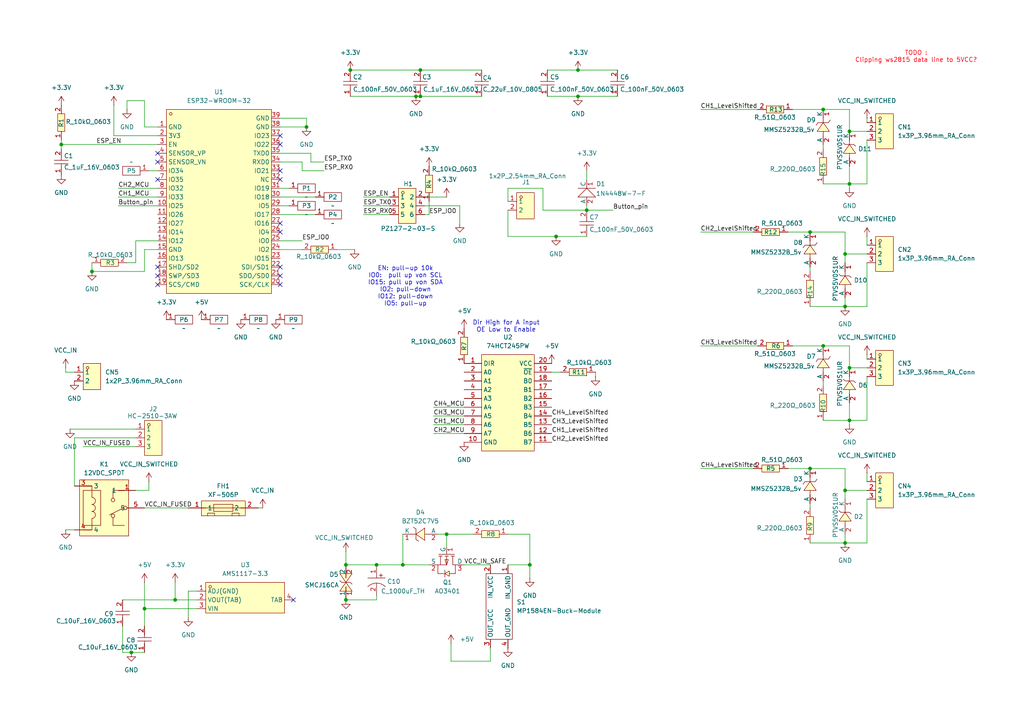
<source format=kicad_sch>
(kicad_sch (version 20250114) (generator "eeschema") (generator_version "9.0")
  (paper "A4")
  (text "Dir High for A input\nOE Low to Enable" (at 146.812 94.742 0) (effects (font (size 1.27 1.27))))
  (text "TODO : \nClipping ws2815 data line to 5VCC? " (at 266.192 16.51 0) (effects (font (size 1.27 1.27))))
  (text "EN: pull-up 10k\nIO0:  pull up von SCL\nIO15: pull up von SDA\nIO2: pull-down\nIO12: pull-down\nIO5: pull-up" (at 117.602 83.058 0) (effects (font (size 1.27 1.27))))
  (junction (at 41.91 176.53))
  (junction (at 246.38 121.92))
  (junction (at 153.67 163.83))
  (junction (at 100.33 173.99))
  (junction (at 246.38 38.1))
  (junction (at 109.22 163.83))
  (junction (at 246.38 106.68))
  (junction (at 246.38 53.34))
  (junction (at 238.76 31.75))
  (junction (at 129.54 154.94))
  (junction (at 17.78 41.91))
  (junction (at 121.92 27.94))
  (junction (at 88.9 36.83))
  (junction (at 245.11 88.9))
  (junction (at 238.76 100.33))
  (junction (at 26.67 78.74))
  (junction (at 234.95 67.31))
  (junction (at 245.11 142.24))
  (junction (at 100.33 163.83))
  (junction (at 167.64 27.94))
  (junction (at 234.95 135.89))
  (junction (at 50.8 173.99))
  (junction (at 245.11 73.66))
  (junction (at 38.1 189.23))
  (junction (at 170.18 60.96))
  (junction (at 101.6 20.32))
  (junction (at 121.92 20.32))
  (junction (at 167.64 20.32))
  (junction (at 120.65 27.94))
  (junction (at 161.29 68.58))
  (junction (at 116.84 163.83))
  (junction (at 245.11 157.48))
  (no_connect (at 45.72 46.99))
  (no_connect (at 81.28 77.47))
  (no_connect (at 81.28 39.37))
  (no_connect (at 81.28 49.53))
  (no_connect (at 45.72 77.47))
  (no_connect (at 81.28 67.31))
  (no_connect (at 45.72 52.07))
  (no_connect (at 45.72 82.55))
  (no_connect (at 81.28 52.07))
  (no_connect (at 81.28 64.77))
  (no_connect (at 85.09 173.99))
  (no_connect (at 81.28 80.01))
  (no_connect (at 81.28 82.55))
  (no_connect (at 45.72 44.45))
  (no_connect (at 45.72 80.01))
  (no_connect (at 81.28 41.91))
  (wire (pts (xy 147.32 68.58) (xy 161.29 68.58)))
  (wire (pts (xy 41.91 168.91) (xy 41.91 176.53)))
  (wire (pts (xy 35.56 181.61) (xy 35.56 189.23)))
  (wire (pts (xy 251.46 88.9) (xy 251.46 76.2)))
  (wire (pts (xy 100.33 163.83) (xy 109.22 163.83)))
  (wire (pts (xy 238.76 41.91) (xy 238.76 43.18)))
  (wire (pts (xy 45.72 36.83) (xy 41.91 36.83)))
  (wire (pts (xy 158.75 20.32) (xy 167.64 20.32)))
  (wire (pts (xy 251.46 53.34) (xy 251.46 40.64)))
  (wire (pts (xy 81.28 44.45) (xy 90.17 44.45)))
  (wire (pts (xy 105.41 62.23) (xy 113.03 62.23)))
  (wire (pts (xy 81.28 54.61) (xy 83.82 54.61)))
  (wire (pts (xy 246.38 116.84) (xy 246.38 121.92)))
  (wire (pts (xy 245.11 144.78) (xy 245.11 142.24)))
  (wire (pts (xy 133.35 59.69) (xy 133.35 64.77)))
  (wire (pts (xy 246.38 53.34) (xy 251.46 53.34)))
  (wire (pts (xy 34.29 59.69) (xy 45.72 59.69)))
  (wire (pts (xy 17.78 40.64) (xy 17.78 41.91)))
  (wire (pts (xy 21.59 127) (xy 39.37 127)))
  (wire (pts (xy 234.95 157.48) (xy 245.11 157.48)))
  (wire (pts (xy 81.28 69.85) (xy 87.63 69.85)))
  (wire (pts (xy 116.84 163.83) (xy 124.46 163.83)))
  (wire (pts (xy 234.95 135.89) (xy 245.11 135.89)))
  (wire (pts (xy 251.46 68.58) (xy 251.46 71.12)))
  (wire (pts (xy 57.15 171.45) (xy 54.61 171.45)))
  (wire (pts (xy 54.61 147.32) (xy 41.91 147.32)))
  (wire (pts (xy 246.38 100.33) (xy 246.38 106.68)))
  (wire (pts (xy 246.38 38.1) (xy 251.46 38.1)))
  (wire (pts (xy 147.32 54.61) (xy 147.32 58.42)))
  (wire (pts (xy 17.78 43.18) (xy 17.78 41.91)))
  (wire (pts (xy 41.91 176.53) (xy 41.91 181.61)))
  (wire (pts (xy 21.59 127) (xy 21.59 140.97)))
  (wire (pts (xy 41.91 29.21) (xy 36.83 29.21)))
  (wire (pts (xy 109.22 163.83) (xy 116.84 163.83)))
  (wire (pts (xy 246.38 53.34) (xy 238.76 53.34)))
  (wire (pts (xy 251.46 121.92) (xy 251.46 109.22)))
  (wire (pts (xy 101.6 27.94) (xy 120.65 27.94)))
  (wire (pts (xy 109.22 173.99) (xy 109.22 172.72)))
  (wire (pts (xy 90.17 46.99) (xy 93.98 46.99)))
  (wire (pts (xy 246.38 31.75) (xy 246.38 38.1)))
  (wire (pts (xy 90.17 44.45) (xy 90.17 46.99)))
  (wire (pts (xy 229.87 100.33) (xy 238.76 100.33)))
  (wire (pts (xy 116.84 154.94) (xy 116.84 163.83)))
  (wire (pts (xy 245.11 142.24) (xy 251.46 142.24)))
  (wire (pts (xy 101.6 20.32) (xy 121.92 20.32)))
  (wire (pts (xy 105.41 57.15) (xy 113.03 57.15)))
  (wire (pts (xy 125.73 118.11) (xy 134.62 118.11)))
  (wire (pts (xy 17.78 41.91) (xy 45.72 41.91)))
  (wire (pts (xy 157.48 54.61) (xy 157.48 60.96)))
  (wire (pts (xy 100.33 160.02) (xy 100.33 163.83)))
  (wire (pts (xy 170.18 59.69) (xy 170.18 60.96)))
  (wire (pts (xy 35.56 189.23) (xy 38.1 189.23)))
  (wire (pts (xy 124.46 62.23) (xy 124.46 58.42)))
  (wire (pts (xy 39.37 69.85) (xy 45.72 69.85)))
  (wire (pts (xy 50.8 168.91) (xy 50.8 173.99)))
  (wire (pts (xy 125.73 120.65) (xy 134.62 120.65)))
  (wire (pts (xy 160.02 107.95) (xy 162.56 107.95)))
  (wire (pts (xy 157.48 54.61) (xy 147.32 54.61)))
  (wire (pts (xy 153.67 167.64) (xy 153.67 163.83)))
  (wire (pts (xy 123.19 59.69) (xy 133.35 59.69)))
  (wire (pts (xy 43.18 49.53) (xy 45.72 49.53)))
  (wire (pts (xy 76.2 147.32) (xy 74.93 147.32)))
  (wire (pts (xy 43.18 142.24) (xy 43.18 139.7)))
  (wire (pts (xy 251.46 157.48) (xy 251.46 144.78)))
  (wire (pts (xy 35.56 173.99) (xy 50.8 173.99)))
  (wire (pts (xy 81.28 57.15) (xy 91.44 57.15)))
  (wire (pts (xy 251.46 137.16) (xy 251.46 139.7)))
  (wire (pts (xy 20.32 124.46) (xy 39.37 124.46)))
  (wire (pts (xy 142.24 187.96) (xy 142.24 191.77)))
  (wire (pts (xy 167.64 20.32) (xy 179.07 20.32)))
  (wire (pts (xy 125.73 123.19) (xy 134.62 123.19)))
  (wire (pts (xy 245.11 67.31) (xy 245.11 73.66)))
  (wire (pts (xy 238.76 100.33) (xy 246.38 100.33)))
  (wire (pts (xy 81.28 34.29) (xy 88.9 34.29)))
  (wire (pts (xy 81.28 62.23) (xy 91.44 62.23)))
  (wire (pts (xy 137.16 154.94) (xy 129.54 154.94)))
  (wire (pts (xy 153.67 154.94) (xy 153.67 163.83)))
  (wire (pts (xy 123.19 57.15) (xy 129.54 57.15)))
  (wire (pts (xy 41.91 72.39) (xy 45.72 72.39)))
  (wire (pts (xy 36.83 76.2) (xy 39.37 76.2)))
  (wire (pts (xy 203.2 135.89) (xy 218.44 135.89)))
  (wire (pts (xy 50.8 173.99) (xy 57.15 173.99)))
  (wire (pts (xy 125.73 125.73) (xy 134.62 125.73)))
  (wire (pts (xy 167.64 27.94) (xy 179.07 27.94)))
  (wire (pts (xy 251.46 102.87) (xy 251.46 104.14)))
  (wire (pts (xy 121.92 27.94) (xy 139.7 27.94)))
  (wire (pts (xy 130.81 191.77) (xy 130.81 186.69)))
  (wire (pts (xy 21.59 107.95) (xy 19.05 107.95)))
  (wire (pts (xy 142.24 191.77) (xy 130.81 191.77)))
  (wire (pts (xy 153.67 163.83) (xy 147.32 163.83)))
  (wire (pts (xy 147.32 68.58) (xy 147.32 60.96)))
  (wire (pts (xy 34.29 57.15) (xy 45.72 57.15)))
  (wire (pts (xy 245.11 73.66) (xy 251.46 73.66)))
  (wire (pts (xy 158.75 27.94) (xy 167.64 27.94)))
  (wire (pts (xy 170.18 60.96) (xy 177.8 60.96)))
  (wire (pts (xy 97.79 72.39) (xy 102.87 72.39)))
  (wire (pts (xy 246.38 106.68) (xy 251.46 106.68)))
  (wire (pts (xy 170.18 49.53) (xy 170.18 52.07)))
  (wire (pts (xy 81.28 36.83) (xy 88.9 36.83)))
  (wire (pts (xy 41.91 36.83) (xy 41.91 29.21)))
  (wire (pts (xy 88.9 34.29) (xy 88.9 36.83)))
  (wire (pts (xy 161.29 68.58) (xy 170.18 68.58)))
  (wire (pts (xy 33.02 39.37) (xy 33.02 30.48)))
  (wire (pts (xy 87.63 46.99) (xy 87.63 49.53)))
  (wire (pts (xy 19.05 107.95) (xy 19.05 106.68)))
  (wire (pts (xy 123.19 62.23) (xy 124.46 62.23)))
  (wire (pts (xy 121.92 20.32) (xy 139.7 20.32)))
  (wire (pts (xy 245.11 86.36) (xy 245.11 88.9)))
  (wire (pts (xy 39.37 142.24) (xy 43.18 142.24)))
  (wire (pts (xy 238.76 31.75) (xy 246.38 31.75)))
  (wire (pts (xy 228.6 67.31) (xy 234.95 67.31)))
  (wire (pts (xy 251.46 34.29) (xy 251.46 35.56)))
  (wire (pts (xy 34.29 54.61) (xy 45.72 54.61)))
  (wire (pts (xy 134.62 163.83) (xy 142.24 163.83)))
  (wire (pts (xy 245.11 157.48) (xy 251.46 157.48)))
  (wire (pts (xy 121.92 27.94) (xy 120.65 27.94)))
  (wire (pts (xy 26.67 78.74) (xy 41.91 78.74)))
  (wire (pts (xy 234.95 77.47) (xy 234.95 78.74)))
  (wire (pts (xy 38.1 189.23) (xy 41.91 189.23)))
  (wire (pts (xy 45.72 39.37) (xy 33.02 39.37)))
  (wire (pts (xy 234.95 88.9) (xy 245.11 88.9)))
  (wire (pts (xy 246.38 48.26) (xy 246.38 53.34)))
  (wire (pts (xy 246.38 121.92) (xy 251.46 121.92)))
  (wire (pts (xy 105.41 59.69) (xy 113.03 59.69)))
  (wire (pts (xy 127 154.94) (xy 129.54 154.94)))
  (wire (pts (xy 245.11 76.2) (xy 245.11 73.66)))
  (wire (pts (xy 245.11 154.94) (xy 245.11 157.48)))
  (wire (pts (xy 54.61 171.45) (xy 54.61 179.07)))
  (wire (pts (xy 203.2 100.33) (xy 219.71 100.33)))
  (wire (pts (xy 24.13 129.54) (xy 39.37 129.54)))
  (wire (pts (xy 36.83 29.21) (xy 36.83 31.75)))
  (wire (pts (xy 41.91 78.74) (xy 41.91 72.39)))
  (wire (pts (xy 229.87 31.75) (xy 238.76 31.75)))
  (wire (pts (xy 234.95 146.05) (xy 234.95 147.32)))
  (wire (pts (xy 81.28 72.39) (xy 87.63 72.39)))
  (wire (pts (xy 172.72 107.95) (xy 172.72 109.22)))
  (wire (pts (xy 203.2 67.31) (xy 218.44 67.31)))
  (wire (pts (xy 57.15 176.53) (xy 41.91 176.53)))
  (wire (pts (xy 39.37 76.2) (xy 39.37 69.85)))
  (wire (pts (xy 234.95 67.31) (xy 245.11 67.31)))
  (wire (pts (xy 100.33 173.99) (xy 109.22 173.99)))
  (wire (pts (xy 81.28 59.69) (xy 83.82 59.69)))
  (wire (pts (xy 87.63 49.53) (xy 93.98 49.53)))
  (wire (pts (xy 246.38 54.61) (xy 246.38 53.34)))
  (wire (pts (xy 238.76 110.49) (xy 238.76 111.76)))
  (wire (pts (xy 228.6 135.89) (xy 234.95 135.89)))
  (wire (pts (xy 147.32 154.94) (xy 153.67 154.94)))
  (wire (pts (xy 203.2 31.75) (xy 219.71 31.75)))
  (wire (pts (xy 157.48 60.96) (xy 170.18 60.96)))
  (wire (pts (xy 246.38 123.19) (xy 246.38 121.92)))
  (wire (pts (xy 81.28 46.99) (xy 87.63 46.99)))
  (wire (pts (xy 245.11 135.89) (xy 245.11 142.24)))
  (wire (pts (xy 245.11 88.9) (xy 251.46 88.9)))
  (wire (pts (xy 26.67 76.2) (xy 26.67 78.74)))
  (wire (pts (xy 246.38 121.92) (xy 238.76 121.92)))
  (wire (pts (xy 129.54 154.94) (xy 129.54 158.75)))
  (wire (pts (xy 19.05 153.67) (xy 21.59 153.67)))
  (label "ESP_RX0" (at 93.98 49.53 0))
  (label "CH4_MCU" (at 125.73 118.11 0))
  (label "CH1_MCU" (at 125.73 123.19 0))
  (label "ESP_EN" (at 105.41 57.15 0))
  (label "ESP_TX0" (at 93.98 46.99 0))
  (label "CH4_LevelShifted" (at 160.02 120.65 0))
  (label "CH2_MCU" (at 34.29 54.61 0))
  (label "Button_pin" (at 177.8 60.96 0))
  (label "ESP_IO0" (at 124.46 62.23 0))
  (label "CH2_LevelShifted" (at 160.02 128.27 0))
  (label "CH4_LevelShifted" (at 203.2 135.89 0))
  (label "CH1_LevelShifted" (at 160.02 125.73 0))
  (label "ESP_EN" (at 27.94 41.91 0))
  (label "VCC_IN_FUSED" (at 24.13 129.54 0))
  (label "CH2_LevelShifted" (at 203.2 67.31 0))
  (label "ESP_RX0" (at 105.41 62.23 0))
  (label "CH2_MCU" (at 125.73 125.73 0))
  (label "CH3_LevelShifted" (at 203.2 100.33 0))
  (label "CH1_MCU" (at 34.29 57.15 0))
  (label "ESP_IO0" (at 87.63 69.85 0))
  (label "Button_pin" (at 34.29 59.69 0))
  (label "CH1_LevelShifted" (at 203.2 31.75 0))
  (label "VCC_IN_SAFE" (at 134.62 163.83 0))
  (label "VCC_IN_FUSED" (at 41.91 147.32 0))
  (label "CH3_MCU" (at 125.73 120.65 0))
  (label "ESP_TX0" (at 105.41 59.69 0))
  (label "CH3_LevelShifted" (at 160.02 123.19 0))
  (symbol (lib_id "power:GND") (at 54.61 179.07 0) (unit 1)
    (property "Reference" "#PWR036" (effects (hide yes)))
    (property "Value" "GND" (at 54.61 184.15 0))
    (property "Description" "Power symbol creates a global label with name \"GND\" , ground" (effects (hide yes)))
  )
  (symbol (lib_id "power:+3.3V") (at 130.81 186.69 0) (unit 1)
    (property "Reference" "#PWR041" (effects (hide yes)))
    (property "Value" "+5V" (at 133.35 185.4199 0) (effects (justify left)))
    (property "Description" "Power symbol creates a global label with name \"+3.3V\"" (effects (hide yes)))
  )
  (symbol (lib_id "nkzy_wled_lib:PZ127-2-03-S") (at 118.11 59.69 0) (unit 1)
    (property "Reference" "H1" (at 118.364 53.34 0))
    (property "Value" "PZ127-2-03-S" (at 118.364 66.294 0))
    (property "Footprint" "nkzy_wled_lib:HDR-SMD_6P-P1.27-V-M-R2-C3-LS5.3" (effects (hide yes)))
    (property "Mfr. PartNo" "PZ127-2-03-S" (effects (hide yes)))
    (property "LCSC Part" "C3975186" (effects (hide yes)))
  )
  (symbol (lib_id "nkzy_wled_lib:HC-2510-3AW") (at 44.45 127 0) (unit 1)
    (property "Reference" "J2" (at 44.45 118.618 0))
    (property "Value" "HC-2510-3AW" (at 44.196 120.65 0))
    (property "Footprint" "nkzy_wled_lib:CONN-TH_3P-P2.54_HCTL_HC-2510-3AW" (effects (hide yes)))
    (property "Mfr. PartNo" "HC-2510-3AW" (effects (hide yes)))
    (property "LCSC Part" "C2982042" (effects (hide yes)))
  )
  (symbol (lib_id "nkzy_wled_lib:1x3P_3.96mm_RA_Conn") (at 256.54 38.1 0) (unit 1)
    (property "Reference" "CN1" (at 260.35 36.8299 0) (effects (justify left)))
    (property "Value" "1x3P_3.96mm_RA_Conn" (at 260.35 39.3699 0) (effects (justify left)))
    (property "Footprint" "nkzy_wled_lib:CONN-TH_3P-P3.96_HCTL_HC-VH-3A3W" (effects (hide yes)))
    (property "Mfr. PartNo" "HC-VH-3A3W" (effects (hide yes)))
    (property "LCSC Part" "C2845760" (effects (hide yes)))
  )
  (symbol (lib_id "power:+3.3V") (at 101.6 20.32 0) (unit 1)
    (property "Reference" "#PWR014" (effects (hide yes)))
    (property "Value" "+3.3V" (at 101.6 15.24 0))
    (property "Description" "Power symbol creates a global label with name \"+3.3V\"" (effects (hide yes)))
  )
  (symbol (lib_id "power:GND") (at 17.78 50.8 0) (unit 1)
    (property "Reference" "#PWR02" (effects (hide yes)))
    (property "Value" "GND" (at 17.78 55.88 0))
    (property "Description" "Power symbol creates a global label with name \"GND\" , ground" (effects (hide yes)))
  )
  (symbol (lib_id "power:+3.3V") (at 58.42 92.71 0) (unit 1)
    (property "Reference" "#PWR08" (effects (hide yes)))
    (property "Value" "+5V" (at 58.42 87.63 0))
    (property "Description" "Power symbol creates a global label with name \"+3.3V\"" (effects (hide yes)))
  )
  (symbol (lib_id "nkzy_wled_lib:1x2P_2.54mm_RA_Conn") (at 152.4 59.69 0) (unit 1)
    (property "Reference" "J1" (at 151.384 52.832 0) (effects (justify left)))
    (property "Value" "1x2P_2.54mm_RA_Conn" (at 141.732 51.054 0) (effects (justify left)))
    (property "Footprint" "nkzy_wled_lib:CONN-TH_2P-P2.54_HCTL_HC-2510-2AW" (effects (hide yes)))
    (property "Mfr. PartNo" "HC-2510-2AW" (effects (hide yes)))
    (property "LCSC Part" "C2982041" (effects (hide yes)))
  )
  (symbol (lib_id "nkzy_wled_lib:R_220Ω_0603") (at 234.95 83.82 90) (unit 1)
    (property "Reference" "R14" (at 234.95 82.804 0) (effects (justify right)))
    (property "Value" "R_220Ω_0603" (at 219.456 84.582 90) (effects (justify right)))
    (property "Footprint" "nkzy_wled_lib:R0603" (effects (hide yes)))
    (property "Datasheet" "https://lcsc.com/product-detail/Chip-Resistor-Surface-Mount-UniOhm_220R-2200-1_C22962.html" (effects (hide yes)))
    (property "Description" "220Ω 100mW 75V Thick Film Resistor ±1% ±100ppm/℃ 0603 Chip Resistor - Surface Mount ROHS" (effects (hide yes)))
    (property "Mfr. PartNo" "0603WAF2200T5E" (effects (hide yes)))
    (property "LCSC Part" "C22962" (effects (hide yes)))
  )
  (symbol (lib_id "nkzy_wled_lib:C_1uF_16V_0603") (at 121.92 24.13 90) (unit 1)
    (property "Reference" "C3" (at 122.428 22.352 90) (effects (justify right)))
    (property "Value" "C_1uF_16V_0603" (at 122.682 25.908 90) (effects (justify right)))
    (property "Footprint" "nkzy_wled_lib:C0603" (effects (hide yes)))
    (property "Datasheet" "https://lcsc.com/product-detail/Multilayer-Ceramic-Capacitors-MLCC-SMD-SMT_SAMSUNG_CL10A105KO8NNNC_1uF-105-10-16V_C1592.html" (effects (hide yes)))
    (property "Mfr. PartNo" "CL10A105KO8NNNC" (effects (hide yes)))
    (property "LCSC Part" "C1592" (effects (hide yes)))
  )
  (symbol (lib_id "nkzy_wled_lib:MMSZ5232B_5V") (at 234.95 72.39 270) (unit 1)
    (property "Reference" "D8" (at 230.124 70.358 90) (effects (justify left)))
    (property "Value" "MMSZ5232B_5v" (at 217.678 73.152 90) (effects (justify left)))
    (property "Footprint" "nkzy_wled_lib:SOD-123_L2.7-W1.6-LS3.7-RD" (effects (hide yes)))
    (property "Description" "Independent 5.32V~5.88V 500mW 5.6V SOD-123 Zener Diodes ROHS" (effects (hide yes)))
    (property "Mfr. PartNo" "MMSZ5232B" (effects (hide yes)))
    (property "LCSC Part" "C19077423" (effects (hide yes)))
  )
  (symbol (lib_id "nkzy_wled_lib:R_51Ω_0603") (at 223.52 135.89 180) (unit 1)
    (property "Reference" "R5" (at 223.52 135.89 0))
    (property "Value" "R_51Ω_0603" (at 226.822 133.35 0))
    (property "Footprint" "nkzy_wled_lib:R0603" (effects (hide yes)))
    (property "Datasheet" "https://lcsc.com/product-detail/Chip-Resistor-Surface-Mount-UniOhm_51R-51R0-1_C23197.html" (effects (hide yes)))
    (property "Mfr. PartNo" "0603WAF510JT5E" (effects (hide yes)))
    (property "LCSC Part" "C23197" (effects (hide yes)))
  )
  (symbol (lib_id "nkzy_wled_lib:R_220Ω_0603") (at 238.76 116.84 90) (unit 1)
    (property "Reference" "R10" (at 238.76 115.824 0) (effects (justify right)))
    (property "Value" "R_220Ω_0603" (at 223.266 117.602 90) (effects (justify right)))
    (property "Footprint" "nkzy_wled_lib:R0603" (effects (hide yes)))
    (property "Datasheet" "https://lcsc.com/product-detail/Chip-Resistor-Surface-Mount-UniOhm_220R-2200-1_C22962.html" (effects (hide yes)))
    (property "Description" "220Ω 100mW 75V Thick Film Resistor ±1% ±100ppm/℃ 0603 Chip Resistor - Surface Mount ROHS" (effects (hide yes)))
    (property "Mfr. PartNo" "0603WAF2200T5E" (effects (hide yes)))
    (property "LCSC Part" "C22962" (effects (hide yes)))
  )
  (symbol (lib_id "power:GND") (at 167.64 27.94 0) (unit 1)
    (property "Reference" "#PWR017" (effects (hide yes)))
    (property "Value" "GND" (at 167.64 33.02 0))
    (property "Description" "Power symbol creates a global label with name \"GND\" , ground" (effects (hide yes)))
  )
  (symbol (lib_id "nkzy_wled_lib:R_10kΩ_0603") (at 142.24 154.94 180) (unit 1)
    (property "Reference" "R8" (at 140.97 154.94 0) (effects (justify right)))
    (property "Value" "R_10kΩ_0603" (at 136.144 151.638 0) (effects (justify right)))
    (property "Footprint" "nkzy_wled_lib:R0603" (effects (hide yes)))
    (property "Datasheet" "https://lcsc.com/product-detail/Chip-Resistor-Surface-Mount-UniOhm_10KR-1002-1_C25804.html" (effects (hide yes)))
    (property "Mfr. PartNo" "0603WAF1002T5E" (effects (hide yes)))
    (property "LCSC Part" "C25804" (effects (hide yes)))
  )
  (symbol (lib_id "nkzy_wled_lib:PAD_Standalone") (at 80.01 91.44 0) (unit 1) (in_bom no)
    (property "Reference" "P9" (at 85.09 92.71 0))
    (property "Value" "~" (at 85.09 95.25 0))
    (property "Footprint" "nkzy_wled_lib:Pad_2.5x1mm" (effects (hide yes)))
  )
  (symbol (lib_id "nkzy_wled_lib:74HCT245PW") (at 147.32 116.84 0) (unit 1)
    (property "Reference" "U2" (at 147.32 97.79 0))
    (property "Value" "74HCT245PW" (at 147.32 100.33 0))
    (property "Footprint" "nkzy_wled_lib:TSSOP-20_L6.5-W4.4-P0.65-LS6.4-BL" (effects (hide yes)))
    (property "Datasheet" "https://lcsc.com/product-detail/74-Series_PHILIPS_74HCT245PW_74HCT245PW-118_C5980.html" (effects (hide yes)))
    (property "Mfr. PartNo" "74HCT245PW" (effects (hide yes)))
    (property "LCSC Part" "C5980" (effects (hide yes)))
  )
  (symbol (lib_id "power:GND") (at 102.87 72.39 0) (unit 1)
    (property "Reference" "#PWR05" (effects (hide yes)))
    (property "Value" "GND" (at 102.87 77.47 0))
    (property "Description" "Power symbol creates a global label with name \"GND\" , ground" (effects (hide yes)))
  )
  (symbol (lib_id "nkzy_wled_lib:AMS1117-3.3") (at 72.39 173.99 0) (unit 1)
    (property "Reference" "U3" (at 71.12 163.83 0))
    (property "Value" "AMS1117-3.3" (at 71.12 166.37 0))
    (property "Footprint" "nkzy_wled_lib:SOT-223-4_L6.5-W3.5-P2.30-LS7.0-BR" (effects (hide yes)))
    (property "Datasheet" "https://lcsc.com/product-detail/Others_Youtai-Semiconductor-Co-Ltd-AMS1117-3-3_C347222.html" (effects (hide yes)))
    (property "Mfr. PartNo" "AMS1117-3.3_C347222" (effects (hide yes)))
    (property "LCSC Part" "C347222" (effects (hide yes)))
  )
  (symbol (lib_id "nkzy_wled_lib:1x2P_3.96mm_RA_Conn") (at 26.67 109.22 0) (unit 1)
    (property "Reference" "CN5" (at 30.48 107.9499 0) (effects (justify left)))
    (property "Value" "1x2P_3.96mm_RA_Conn" (at 30.48 110.4899 0) (effects (justify left)))
    (property "Footprint" "nkzy_wled_lib:CONN-TH_2P-P3.96_HCTL_HC-VH-2A2W-L" (effects (hide yes)))
    (property "Mfr. PartNo" "HC-VH-2A2W-L" (effects (hide yes)))
    (property "LCSC Part" "C2979575" (effects (hide yes)))
  )
  (symbol (lib_id "power:+3.3V") (at 100.33 160.02 0) (unit 1)
    (property "Reference" "#PWR039" (effects (hide yes)))
    (property "Value" "VCC_IN_SWITCHED" (at 99.822 155.956 0))
    (property "Description" "Power symbol creates a global label with name \"+3.3V\"" (effects (hide yes)))
  )
  (symbol (lib_id "nkzy_wled_lib:PTVS5V0S1UR") (at 245.11 82.55 270) (unit 1)
    (property "Reference" "D10" (at 247.65 81.28 90) (effects (justify left)))
    (property "Value" "PTVS5V0S1UR" (at 242.316 74.168 0) (effects (justify left)))
    (property "Footprint" "nkzy_wled_lib:SOD-123FL_L2.7-W1.8-LS3.8-RD" (effects (hide yes)))
    (property "Datasheet" "https://lcsc.com/datasheet/lcsc_datasheet_2412091306_FUXINSEMI-PTVS5V0S1UR_C5380694.pdf" (effects (hide yes)))
    (property "Description" "43.6A 9.2V 400W 6.4V Unidirectional 5V SOD-123 ESD and Surge Protection (TVS/ESD) ROHS" (effects (hide yes)))
    (property "Mfr. PartNo" "PTVS5V0S1UR" (effects (hide yes)))
    (property "LCSC Part" "C5380694" (effects (hide yes)))
  )
  (symbol (lib_id "power:+3.3V") (at 251.46 34.29 0) (unit 1)
    (property "Reference" "#PWR046" (effects (hide yes)))
    (property "Value" "VCC_IN_SWITCHED" (at 251.46 29.21 0))
    (property "Description" "Power symbol creates a global label with name \"+3.3V\"" (effects (hide yes)))
  )
  (symbol (lib_id "power:GND") (at 147.32 187.96 0) (unit 1)
    (property "Reference" "#PWR042" (effects (hide yes)))
    (property "Value" "GND" (at 147.32 193.04 0))
    (property "Description" "Power symbol creates a global label with name \"GND\" , ground" (effects (hide yes)))
  )
  (symbol (lib_id "power:+3.3V") (at 76.2 147.32 0) (unit 1)
    (property "Reference" "#PWR033" (effects (hide yes)))
    (property "Value" "VCC_IN" (at 76.2 142.24 0))
    (property "Description" "Power symbol creates a global label with name \"+3.3V\"" (effects (hide yes)))
  )
  (symbol (lib_id "power:+3.3V") (at 19.05 106.68 0) (unit 1)
    (property "Reference" "#PWR030" (effects (hide yes)))
    (property "Value" "VCC_IN" (at 19.05 101.6 0))
    (property "Description" "Power symbol creates a global label with name \"+3.3V\"" (effects (hide yes)))
  )
  (symbol (lib_id "nkzy_wled_lib:R_10kΩ_0603") (at 17.78 35.56 90) (unit 1)
    (property "Reference" "R1" (at 17.78 34.29 0) (effects (justify right)))
    (property "Value" "R_10kΩ_0603" (at 19.05 35.306 90) (effects (justify right)))
    (property "Footprint" "nkzy_wled_lib:R0603" (effects (hide yes)))
    (property "Datasheet" "https://lcsc.com/product-detail/Chip-Resistor-Surface-Mount-UniOhm_10KR-1002-1_C25804.html" (effects (hide yes)))
    (property "Mfr. PartNo" "0603WAF1002T5E" (effects (hide yes)))
    (property "LCSC Part" "C25804" (effects (hide yes)))
  )
  (symbol (lib_id "nkzy_wled_lib:PTVS5V0S1UR") (at 246.38 44.45 270) (unit 1)
    (property "Reference" "D11" (at 248.92 43.18 90) (effects (justify left)))
    (property "Value" "PTVS5V0S1UR" (at 243.586 36.068 0) (effects (justify left)))
    (property "Footprint" "nkzy_wled_lib:SOD-123FL_L2.7-W1.8-LS3.8-RD" (effects (hide yes)))
    (property "Datasheet" "https://lcsc.com/datasheet/lcsc_datasheet_2412091306_FUXINSEMI-PTVS5V0S1UR_C5380694.pdf" (effects (hide yes)))
    (property "Description" "43.6A 9.2V 400W 6.4V Unidirectional 5V SOD-123 ESD and Surge Protection (TVS/ESD) ROHS" (effects (hide yes)))
    (property "Mfr. PartNo" "PTVS5V0S1UR" (effects (hide yes)))
    (property "LCSC Part" "C5380694" (effects (hide yes)))
  )
  (symbol (lib_id "power:+3.3V") (at 167.64 20.32 0) (unit 1)
    (property "Reference" "#PWR016" (effects (hide yes)))
    (property "Value" "+3.3V" (at 167.64 15.24 0))
    (property "Description" "Power symbol creates a global label with name \"+3.3V\"" (effects (hide yes)))
  )
  (symbol (lib_id "nkzy_wled_lib:PAD_Standalone") (at 83.82 53.34 0) (unit 1) (in_bom no)
    (property "Reference" "P1" (at 88.9 54.61 0))
    (property "Value" "~" (at 88.9 57.15 0))
    (property "Footprint" "nkzy_wled_lib:Pad_2.5x1mm" (effects (hide yes)))
  )
  (symbol (lib_id "nkzy_wled_lib:C_100nF_50V_0603") (at 170.18 64.77 90) (unit 1)
    (property "Reference" "C7" (at 170.942 62.992 90) (effects (justify right)))
    (property "Value" "C_100nF_50V_0603" (at 170.942 66.548 90) (effects (justify right)))
    (property "Footprint" "nkzy_wled_lib:C0603" (effects (hide yes)))
    (property "Datasheet" "https://lcsc.com/product-detail/Multilayer-Ceramic-Capacitors-MLCC-SMD-SMT_100nF-104-10-50V-X7R_C30926.html" (effects (hide yes)))
    (property "Mfr. PartNo" "0603B104K500NT" (effects (hide yes)))
    (property "LCSC Part" "C30926" (effects (hide yes)))
  )
  (symbol (lib_id "power:GND") (at 246.38 54.61 0) (unit 1)
    (property "Reference" "#PWR045" (effects (hide yes)))
    (property "Value" "GND" (at 246.38 59.69 0))
    (property "Description" "Power symbol creates a global label with name \"GND\" , ground" (effects (hide yes)))
  )
  (symbol (lib_id "nkzy_wled_lib:SMCJ16CA") (at 100.33 168.91 90) (unit 1)
    (property "Reference" "D5" (at 95.504 166.624 90) (effects (justify right)))
    (property "Value" "SMCJ16CA" (at 88.392 169.672 90) (effects (justify right)))
    (property "Footprint" "nkzy_wled_lib:DO-214AB_L6.9-W5.9-LS7.9-BI" (effects (hide yes)))
    (property "Datasheet" "https://lcsc.com/datasheet/lcsc_datasheet_2501071555_hongjiacheng-SMCJ16CA_C41411764.pdf" (effects (hide yes)))
    (property "Description" "57.7A 26V 1.5kW 19.7V Bidirectional 16V SMC ESD and Surge Protection (TVS/ESD) ROHS" (effects (hide yes)))
    (property "Mfr. PartNo" "SMCJ16CA" (effects (hide yes)))
    (property "LCSC Part" "C41411764" (effects (hide yes)))
  )
  (symbol (lib_id "power:GND") (at 38.1 189.23 0) (unit 1)
    (property "Reference" "#PWR035" (effects (hide yes)))
    (property "Value" "GND" (at 38.1 194.31 0))
    (property "Description" "Power symbol creates a global label with name \"GND\" , ground" (effects (hide yes)))
  )
  (symbol (lib_id "nkzy_wled_lib:C_22uF_10V_0805") (at 139.7 24.13 90) (unit 1)
    (property "Reference" "C4" (at 139.954 22.606 90) (effects (justify right)))
    (property "Value" "C_22uF_10V_0805" (at 139.954 25.908 90) (effects (justify right)))
    (property "Footprint" "nkzy_wled_lib:C0805" (effects (hide yes)))
    (property "Datasheet" "https://lcsc.com/product-detail/Multilayer-Ceramic-Capacitors-MLCC-SMD-SMT_SAMSUNG_CL21A226MPQNNNE_22uF-226-20-10V_C29277.html" (effects (hide yes)))
    (property "Mfr. PartNo" "CL21A226MPQNNNE" (effects (hide yes)))
    (property "LCSC Part" "C29277" (effects (hide yes)))
  )
  (symbol (lib_id "power:GND") (at 161.29 68.58 0) (unit 1)
    (property "Reference" "#PWR019" (effects (hide yes)))
    (property "Value" "GND" (at 161.29 73.66 0))
    (property "Description" "Power symbol creates a global label with name \"GND\" , ground" (effects (hide yes)))
  )
  (symbol (lib_id "power:GND") (at 120.65 27.94 0) (unit 1)
    (property "Reference" "#PWR015" (effects (hide yes)))
    (property "Value" "GND" (at 120.65 33.02 0))
    (property "Description" "Power symbol creates a global label with name \"GND\" , ground" (effects (hide yes)))
  )
  (symbol (lib_id "power:GND") (at 88.9 36.83 0) (unit 1)
    (property "Reference" "#PWR010" (effects (hide yes)))
    (property "Value" "GND" (at 88.9 41.91 0))
    (property "Description" "Power symbol creates a global label with name \"GND\" , ground" (effects (hide yes)))
  )
  (symbol (lib_id "power:GND") (at 20.32 124.46 0) (unit 1)
    (property "Reference" "#PWR031" (effects (hide yes)))
    (property "Value" "GND" (at 20.32 129.54 0))
    (property "Description" "Power symbol creates a global label with name \"GND\" , ground" (effects (hide yes)))
  )
  (symbol (lib_id "power:GND") (at 69.85 92.71 0) (unit 1)
    (property "Reference" "#PWR09" (effects (hide yes)))
    (property "Value" "GND" (at 69.85 97.79 0))
    (property "Description" "Power symbol creates a global label with name \"GND\" , ground" (effects (hide yes)))
  )
  (symbol (lib_id "power:+3.3V") (at 251.46 102.87 0) (unit 1)
    (property "Reference" "#PWR022" (effects (hide yes)))
    (property "Value" "VCC_IN_SWITCHED" (at 251.46 97.79 0))
    (property "Description" "Power symbol creates a global label with name \"+3.3V\"" (effects (hide yes)))
  )
  (symbol (lib_id "nkzy_wled_lib:R_10kΩ_0603") (at 31.75 76.2 0) (unit 1)
    (property "Reference" "R3" (at 32.004 76.2 0))
    (property "Value" "R_10kΩ_0603" (at 32.004 73.914 0))
    (property "Footprint" "nkzy_wled_lib:R0603" (effects (hide yes)))
    (property "Datasheet" "https://lcsc.com/product-detail/Chip-Resistor-Surface-Mount-UniOhm_10KR-1002-1_C25804.html" (effects (hide yes)))
    (property "Mfr. PartNo" "0603WAF1002T5E" (effects (hide yes)))
    (property "LCSC Part" "C25804" (effects (hide yes)))
  )
  (symbol (lib_id "power:+3.3V") (at 134.62 95.25 0) (unit 1)
    (property "Reference" "#PWR026" (effects (hide yes)))
    (property "Value" "+5V" (at 134.62 90.17 0))
    (property "Description" "Power symbol creates a global label with name \"+3.3V\"" (effects (hide yes)))
  )
  (symbol (lib_id "nkzy_wled_lib:PAD_Standalone") (at 91.44 55.88 0) (unit 1) (in_bom no)
    (property "Reference" "P2" (at 96.52 57.15 0))
    (property "Value" "~" (at 96.52 59.69 0))
    (property "Footprint" "nkzy_wled_lib:Pad_2.5x1mm" (effects (hide yes)))
  )
  (symbol (lib_id "nkzy_wled_lib:PTVS5V0S1UR") (at 246.38 113.03 270) (unit 1)
    (property "Reference" "D6" (at 248.92 111.76 90) (effects (justify left)))
    (property "Value" "PTVS5V0S1UR" (at 243.586 104.648 0) (effects (justify left)))
    (property "Footprint" "nkzy_wled_lib:SOD-123FL_L2.7-W1.8-LS3.8-RD" (effects (hide yes)))
    (property "Datasheet" "https://lcsc.com/datasheet/lcsc_datasheet_2412091306_FUXINSEMI-PTVS5V0S1UR_C5380694.pdf" (effects (hide yes)))
    (property "Description" "43.6A 9.2V 400W 6.4V Unidirectional 5V SOD-123 ESD and Surge Protection (TVS/ESD) ROHS" (effects (hide yes)))
    (property "Mfr. PartNo" "PTVS5V0S1UR" (effects (hide yes)))
    (property "LCSC Part" "C5380694" (effects (hide yes)))
  )
  (symbol (lib_id "power:+3.3V") (at 17.78 30.48 0) (unit 1)
    (property "Reference" "#PWR01" (effects (hide yes)))
    (property "Value" "+3.3V" (at 17.78 25.4 0))
    (property "Description" "Power symbol creates a global label with name \"+3.3V\"" (effects (hide yes)))
  )
  (symbol (lib_id "nkzy_wled_lib:1x3P_3.96mm_RA_Conn") (at 256.54 73.66 0) (unit 1)
    (property "Reference" "CN2" (at 260.35 72.3899 0) (effects (justify left)))
    (property "Value" "1x3P_3.96mm_RA_Conn" (at 260.35 74.9299 0) (effects (justify left)))
    (property "Footprint" "nkzy_wled_lib:CONN-TH_3P-P3.96_HCTL_HC-VH-3A3W" (effects (hide yes)))
    (property "Mfr. PartNo" "HC-VH-3A3W" (effects (hide yes)))
    (property "LCSC Part" "C2845760" (effects (hide yes)))
  )
  (symbol (lib_id "power:GND") (at 245.11 157.48 0) (unit 1)
    (property "Reference" "#PWR023" (effects (hide yes)))
    (property "Value" "GND" (at 245.11 162.56 0))
    (property "Description" "Power symbol creates a global label with name \"GND\" , ground" (effects (hide yes)))
  )
  (symbol (lib_id "nkzy_wled_lib:12VDC_SPDT") (at 31.75 147.32 0) (unit 1)
    (property "Reference" "K1" (at 30.225 134.62 0))
    (property "Value" "12VDC_SPDT" (at 30.225 137.16 0))
    (property "Footprint" "nkzy_wled_lib:RELAY-TH_SRA-X-CX" (effects (hide yes)))
    (property "Datasheet" "https://lcsc.com/product-detail/Relays_SRA-12VDC-CL_C60169.html" (effects (hide yes)))
    (property "Mfr. PartNo" "SRA-12VDC-CL" (effects (hide yes)))
    (property "LCSC Part" "C60169" (effects (hide yes)))
  )
  (symbol (lib_id "power:+3.3V") (at 41.91 168.91 0) (unit 1)
    (property "Reference" "#PWR037" (effects (hide yes)))
    (property "Value" "+5V" (at 41.91 163.83 0))
    (property "Description" "Power symbol creates a global label with name \"+3.3V\"" (effects (hide yes)))
  )
  (symbol (lib_id "power:GND") (at 21.59 110.49 0) (unit 1)
    (property "Reference" "#PWR029" (effects (hide yes)))
    (property "Value" "GND" (at 21.59 115.57 0))
    (property "Description" "Power symbol creates a global label with name \"GND\" , ground" (effects (hide yes)))
  )
  (symbol (lib_id "nkzy_wled_lib:C_1000uF_TH") (at 109.22 165.1 270) (unit 1)
    (property "Reference" "C10" (at 112.268 168.656 90) (effects (justify left)))
    (property "Value" "C_1000uF_TH" (at 110.49 171.45 90) (effects (justify left)))
    (property "Footprint" "nkzy_wled_lib:CAP-TH_BD10.0-P5.00-D1.0-FD" (effects (hide yes)))
    (property "Datasheet" "https://lcsc.com/product-detail/Aluminum-Electrolytic-Capacitors-Leaded_KNSCHA-01EC4294SHC1000UF25V_C503217.html" (effects (hide yes)))
    (property "Mfr. PartNo" "01EC4294SHC1000UF25V" (effects (hide yes)))
    (property "LCSC Part" "C503217" (effects (hide yes)))
  )
  (symbol (lib_id "power:+3.3V") (at 124.46 48.26 0) (unit 1)
    (property "Reference" "#PWR012" (effects (hide yes)))
    (property "Value" "+3.3V" (at 124.46 43.18 0))
    (property "Description" "Power symbol creates a global label with name \"+3.3V\"" (effects (hide yes)))
  )
  (symbol (lib_id "nkzy_wled_lib:R_51Ω_0603") (at 224.79 100.33 180) (unit 1)
    (property "Reference" "R6" (at 225.044 100.33 0))
    (property "Value" "R_51Ω_0603" (at 224.79 102.616 0))
    (property "Footprint" "nkzy_wled_lib:R0603" (effects (hide yes)))
    (property "Datasheet" "https://lcsc.com/product-detail/Chip-Resistor-Surface-Mount-UniOhm_51R-51R0-1_C23197.html" (effects (hide yes)))
    (property "Mfr. PartNo" "0603WAF510JT5E" (effects (hide yes)))
    (property "LCSC Part" "C23197" (effects (hide yes)))
  )
  (symbol (lib_id "power:+3.3V") (at 43.18 139.7 0) (unit 1)
    (property "Reference" "#PWR034" (effects (hide yes)))
    (property "Value" "VCC_IN_SWITCHED" (at 43.18 134.62 0))
    (property "Description" "Power symbol creates a global label with name \"+3.3V\"" (effects (hide yes)))
  )
  (symbol (lib_id "nkzy_wled_lib:C_1uF_16V_0603") (at 17.78 46.99 90) (unit 1)
    (property "Reference" "C1" (at 18.542 45.212 90) (effects (justify right)))
    (property "Value" "C_1uF_16V_0603" (at 18.542 48.514 90) (effects (justify right)))
    (property "Footprint" "nkzy_wled_lib:C0603" (effects (hide yes)))
    (property "Datasheet" "https://lcsc.com/product-detail/Multilayer-Ceramic-Capacitors-MLCC-SMD-SMT_SAMSUNG_CL10A105KO8NNNC_1uF-105-10-16V_C1592.html" (effects (hide yes)))
    (property "Mfr. PartNo" "CL10A105KO8NNNC" (effects (hide yes)))
    (property "LCSC Part" "C1592" (effects (hide yes)))
  )
  (symbol (lib_id "nkzy_wled_lib:1N4448W-7-F") (at 170.18 55.88 270) (unit 1)
    (property "Reference" "D1" (at 174.244 53.34 90))
    (property "Value" "1N4448W-7-F" (at 180.086 56.134 90))
    (property "Footprint" "nkzy_wled_lib:SOD-123_L2.8-W1.8-LS3.7-RD" (effects (hide yes)))
    (property "Datasheet" "https://lcsc.com/product-detail/Switching-Diode_DIODES_1N4448W-7-F_1N4448W-7-F_C124191.html" (effects (hide yes)))
    (property "Mfr. PartNo" "1N4448W-7-F" (effects (hide yes)))
    (property "LCSC Part" "C124191" (effects (hide yes)))
  )
  (symbol (lib_id "power:GND") (at 246.38 123.19 0) (unit 1)
    (property "Reference" "#PWR021" (effects (hide yes)))
    (property "Value" "GND" (at 246.38 128.27 0))
    (property "Description" "Power symbol creates a global label with name \"GND\" , ground" (effects (hide yes)))
  )
  (symbol (lib_id "nkzy_wled_lib:ESP32-WROOM-32") (at 63.5 59.69 0) (unit 1)
    (property "Reference" "U1" (at 63.5 26.67 0))
    (property "Value" "ESP32-WROOM-32" (at 63.5 29.21 0))
    (property "Footprint" "nkzy_wled_lib:WIFIM-SMD_ESP32-WROOM-32-N4" (effects (hide yes)))
    (property "Datasheet" "https://lcsc.com/product-detail/WIFI-Modules_ESP-32S_C82899.html" (effects (hide yes)))
    (property "LCSC Part" "C82899" (effects (hide yes)))
    (property "Mfr. PartNo" "ESP32-WROOM-32" (effects (hide yes)))
  )
  (symbol (lib_id "nkzy_wled_lib:C_10uF_16V_0603") (at 35.56 177.8 90) (unit 1)
    (property "Reference" "C9" (at 30.226 178.054 90) (effects (justify right)))
    (property "Value" "C_10uF_16V_0603" (at 16.256 180.086 90) (effects (justify right)))
    (property "Footprint" "nkzy_wled_lib:C0603" (effects (hide yes)))
    (property "Datasheet" "https://lcsc.com/product-detail/Multilayer-Ceramic-Capacitors-MLCC-SMD-SMT_SAMSUNG_CL10A106MO8NQNC_10uF-106-20-16V_C92487.html" (effects (hide yes)))
    (property "Mfr. PartNo" "CL10A106MO8NQNC" (effects (hide yes)))
    (property "LCSC Part" "C92487" (effects (hide yes)))
  )
  (symbol (lib_id "nkzy_wled_lib:PAD_Standalone") (at 91.44 60.96 0) (unit 1) (in_bom no)
    (property "Reference" "P4" (at 96.52 62.23 0))
    (property "Value" "~" (at 96.52 64.77 0))
    (property "Footprint" "nkzy_wled_lib:Pad_2.5x1mm" (effects (hide yes)))
  )
  (symbol (lib_id "nkzy_wled_lib:R_10kΩ_0603") (at 92.71 72.39 180) (unit 1)
    (property "Reference" "R2" (at 92.71 72.39 0))
    (property "Value" "R_10kΩ_0603" (at 92.456 74.422 0))
    (property "Footprint" "nkzy_wled_lib:R0603" (effects (hide yes)))
    (property "Datasheet" "https://lcsc.com/product-detail/Chip-Resistor-Surface-Mount-UniOhm_10KR-1002-1_C25804.html" (effects (hide yes)))
    (property "Mfr. PartNo" "0603WAF1002T5E" (effects (hide yes)))
    (property "LCSC Part" "C25804" (effects (hide yes)))
  )
  (symbol (lib_id "power:+3.3V") (at 251.46 68.58 0) (unit 1)
    (property "Reference" "#PWR047" (effects (hide yes)))
    (property "Value" "VCC_IN_SWITCHED" (at 251.46 63.5 0))
    (property "Description" "Power symbol creates a global label with name \"+3.3V\"" (effects (hide yes)))
  )
  (symbol (lib_id "nkzy_wled_lib:R_51Ω_0603") (at 224.79 31.75 180) (unit 1)
    (property "Reference" "R13" (at 225.044 31.75 0))
    (property "Value" "R_51Ω_0603" (at 224.79 34.036 0))
    (property "Footprint" "nkzy_wled_lib:R0603" (effects (hide yes)))
    (property "Datasheet" "https://lcsc.com/product-detail/Chip-Resistor-Surface-Mount-UniOhm_51R-51R0-1_C23197.html" (effects (hide yes)))
    (property "Mfr. PartNo" "0603WAF510JT5E" (effects (hide yes)))
    (property "LCSC Part" "C23197" (effects (hide yes)))
  )
  (symbol (lib_id "power:GND") (at 133.35 64.77 0) (unit 1)
    (property "Reference" "#PWR011" (effects (hide yes)))
    (property "Value" "GND" (at 133.35 69.85 0))
    (property "Description" "Power symbol creates a global label with name \"GND\" , ground" (effects (hide yes)))
  )
  (symbol (lib_id "nkzy_wled_lib:MP1584EN-Buck-Module") (at 144.78 175.26 270) (unit 1)
    (property "Reference" "S1" (at 149.86 174.6249 90) (effects (justify left)))
    (property "Value" "MP1584EN-Buck-Module" (at 149.86 177.1649 90) (effects (justify left)))
    (property "Footprint" "nkzy_wled_lib:MP1584EN-Buck-Module" (effects (hide yes)))
  )
  (symbol (lib_id "nkzy_wled_lib:C_10uF_16V_0603") (at 41.91 185.42 90) (unit 1)
    (property "Reference" "C8" (at 36.576 185.674 90) (effects (justify right)))
    (property "Value" "C_10uF_16V_0603" (at 22.606 187.706 90) (effects (justify right)))
    (property "Footprint" "nkzy_wled_lib:C0603" (effects (hide yes)))
    (property "Datasheet" "https://lcsc.com/product-detail/Multilayer-Ceramic-Capacitors-MLCC-SMD-SMT_SAMSUNG_CL10A106MO8NQNC_10uF-106-20-16V_C92487.html" (effects (hide yes)))
    (property "Mfr. PartNo" "CL10A106MO8NQNC" (effects (hide yes)))
    (property "LCSC Part" "C92487" (effects (hide yes)))
  )
  (symbol (lib_id "power:GND") (at 100.33 173.99 0) (unit 1)
    (property "Reference" "#PWR044" (effects (hide yes)))
    (property "Value" "GND" (at 100.33 179.07 0))
    (property "Description" "Power symbol creates a global label with name \"GND\" , ground" (effects (hide yes)))
  )
  (symbol (lib_id "nkzy_wled_lib:PAD_Standalone") (at 83.82 58.42 0) (unit 1) (in_bom no)
    (property "Reference" "P3" (at 88.9 59.69 0))
    (property "Value" "~" (at 88.9 62.23 0))
    (property "Footprint" "nkzy_wled_lib:Pad_2.5x1mm" (effects (hide yes)))
  )
  (symbol (lib_id "power:+3.3V") (at 129.54 57.15 0) (unit 1)
    (property "Reference" "#PWR013" (effects (hide yes)))
    (property "Value" "+3.3V" (at 129.54 52.07 0))
    (property "Description" "Power symbol creates a global label with name \"+3.3V\"" (effects (hide yes)))
  )
  (symbol (lib_id "power:GND") (at 172.72 109.22 0) (unit 1)
    (property "Reference" "#PWR024" (effects (hide yes)))
    (property "Value" "GND" (at 172.72 114.3 0))
    (property "Description" "Power symbol creates a global label with name \"GND\" , ground" (effects (hide yes)))
  )
  (symbol (lib_id "nkzy_wled_lib:R_51Ω_0603") (at 223.52 67.31 180) (unit 1)
    (property "Reference" "R12" (at 223.52 67.31 0))
    (property "Value" "R_51Ω_0603" (at 226.822 64.77 0))
    (property "Footprint" "nkzy_wled_lib:R0603" (effects (hide yes)))
    (property "Datasheet" "https://lcsc.com/product-detail/Chip-Resistor-Surface-Mount-UniOhm_51R-51R0-1_C23197.html" (effects (hide yes)))
    (property "Mfr. PartNo" "0603WAF510JT5E" (effects (hide yes)))
    (property "LCSC Part" "C23197" (effects (hide yes)))
  )
  (symbol (lib_id "power:+3.3V") (at 251.46 137.16 0) (unit 1)
    (property "Reference" "#PWR020" (effects (hide yes)))
    (property "Value" "VCC_IN_SWITCHED" (at 251.46 132.08 0))
    (property "Description" "Power symbol creates a global label with name \"+3.3V\"" (effects (hide yes)))
  )
  (symbol (lib_id "power:+3.3V") (at 33.02 30.48 0) (unit 1)
    (property "Reference" "#PWR03" (effects (hide yes)))
    (property "Value" "+3.3V" (at 33.02 25.4 0))
    (property "Description" "Power symbol creates a global label with name \"+3.3V\"" (effects (hide yes)))
  )
  (symbol (lib_id "power:GND") (at 19.05 153.67 0) (unit 1)
    (property "Reference" "#PWR032" (effects (hide yes)))
    (property "Value" "GND" (at 19.05 158.75 0))
    (property "Description" "Power symbol creates a global label with name \"GND\" , ground" (effects (hide yes)))
  )
  (symbol (lib_id "power:GND") (at 245.11 88.9 0) (unit 1)
    (property "Reference" "#PWR040" (effects (hide yes)))
    (property "Value" "GND" (at 245.11 93.98 0))
    (property "Description" "Power symbol creates a global label with name \"GND\" , ground" (effects (hide yes)))
  )
  (symbol (lib_id "nkzy_wled_lib:R_220Ω_0603") (at 234.95 152.4 90) (unit 1)
    (property "Reference" "R9" (at 234.95 151.384 0) (effects (justify right)))
    (property "Value" "R_220Ω_0603" (at 219.456 153.162 90) (effects (justify right)))
    (property "Footprint" "nkzy_wled_lib:R0603" (effects (hide yes)))
    (property "Datasheet" "https://lcsc.com/product-detail/Chip-Resistor-Surface-Mount-UniOhm_220R-2200-1_C22962.html" (effects (hide yes)))
    (property "Description" "220Ω 100mW 75V Thick Film Resistor ±1% ±100ppm/℃ 0603 Chip Resistor - Surface Mount ROHS" (effects (hide yes)))
    (property "Mfr. PartNo" "0603WAF2200T5E" (effects (hide yes)))
    (property "LCSC Part" "C22962" (effects (hide yes)))
  )
  (symbol (lib_id "power:+3.3V") (at 50.8 168.91 0) (unit 1)
    (property "Reference" "#PWR038" (effects (hide yes)))
    (property "Value" "+3.3V" (at 50.8 163.83 0))
    (property "Description" "Power symbol creates a global label with name \"+3.3V\"" (effects (hide yes)))
  )
  (symbol (lib_id "nkzy_wled_lib:R_220Ω_0603") (at 238.76 48.26 90) (unit 1)
    (property "Reference" "R15" (at 238.76 47.244 0) (effects (justify right)))
    (property "Value" "R_220Ω_0603" (at 223.266 49.022 90) (effects (justify right)))
    (property "Footprint" "nkzy_wled_lib:R0603" (effects (hide yes)))
    (property "Datasheet" "https://lcsc.com/product-detail/Chip-Resistor-Surface-Mount-UniOhm_220R-2200-1_C22962.html" (effects (hide yes)))
    (property "Description" "220Ω 100mW 75V Thick Film Resistor ±1% ±100ppm/℃ 0603 Chip Resistor - Surface Mount ROHS" (effects (hide yes)))
    (property "Mfr. PartNo" "0603WAF2200T5E" (effects (hide yes)))
    (property "LCSC Part" "C22962" (effects (hide yes)))
  )
  (symbol (lib_id "nkzy_wled_lib:MMSZ5232B_5V") (at 238.76 105.41 270) (unit 1)
    (property "Reference" "D7" (at 233.934 103.378 90) (effects (justify left)))
    (property "Value" "MMSZ5232B_5v" (at 221.488 106.172 90) (effects (justify left)))
    (property "Footprint" "nkzy_wled_lib:SOD-123_L2.7-W1.6-LS3.7-RD" (effects (hide yes)))
    (property "Description" "Independent 5.32V~5.88V 500mW 5.6V SOD-123 Zener Diodes ROHS" (effects (hide yes)))
    (property "Mfr. PartNo" "MMSZ5232B" (effects (hide yes)))
    (property "LCSC Part" "C19077423" (effects (hide yes)))
  )
  (symbol (lib_id "nkzy_wled_lib:PAD_Standalone") (at 69.85 91.44 0) (unit 1) (in_bom no)
    (property "Reference" "P8" (at 74.93 92.71 0))
    (property "Value" "~" (at 74.93 95.25 0))
    (property "Footprint" "nkzy_wled_lib:Pad_2.5x1mm" (effects (hide yes)))
  )
  (symbol (lib_id "power:+3.3V") (at 160.02 105.41 0) (unit 1)
    (property "Reference" "#PWR027" (effects (hide yes)))
    (property "Value" "+5V" (at 160.02 100.33 0))
    (property "Description" "Power symbol creates a global label with name \"+3.3V\"" (effects (hide yes)))
  )
  (symbol (lib_id "nkzy_wled_lib:PTVS5V0S1UR") (at 245.11 151.13 270) (unit 1)
    (property "Reference" "D2" (at 247.65 149.86 90) (effects (justify left)))
    (property "Value" "PTVS5V0S1UR" (at 242.316 142.748 0) (effects (justify left)))
    (property "Footprint" "nkzy_wled_lib:SOD-123FL_L2.7-W1.8-LS3.8-RD" (effects (hide yes)))
    (property "Datasheet" "https://lcsc.com/datasheet/lcsc_datasheet_2412091306_FUXINSEMI-PTVS5V0S1UR_C5380694.pdf" (effects (hide yes)))
    (property "Description" "43.6A 9.2V 400W 6.4V Unidirectional 5V SOD-123 ESD and Surge Protection (TVS/ESD) ROHS" (effects (hide yes)))
    (property "Mfr. PartNo" "PTVS5V0S1UR" (effects (hide yes)))
    (property "LCSC Part" "C5380694" (effects (hide yes)))
  )
  (symbol (lib_id "nkzy_wled_lib:PAD_Standalone") (at 48.26 91.44 0) (unit 1) (in_bom no)
    (property "Reference" "P6" (at 53.34 92.71 0))
    (property "Value" "~" (at 53.34 95.25 0))
    (property "Footprint" "nkzy_wled_lib:Pad_2.5x1mm" (effects (hide yes)))
  )
  (symbol (lib_id "nkzy_wled_lib:MMSZ5232B_5V") (at 238.76 36.83 270) (unit 1)
    (property "Reference" "D9" (at 233.934 34.798 90) (effects (justify left)))
    (property "Value" "MMSZ5232B_5v" (at 221.488 37.592 90) (effects (justify left)))
    (property "Footprint" "nkzy_wled_lib:SOD-123_L2.7-W1.6-LS3.7-RD" (effects (hide yes)))
    (property "Description" "Independent 5.32V~5.88V 500mW 5.6V SOD-123 Zener Diodes ROHS" (effects (hide yes)))
    (property "Mfr. PartNo" "MMSZ5232B" (effects (hide yes)))
    (property "LCSC Part" "C19077423" (effects (hide yes)))
  )
  (symbol (lib_id "power:GND") (at 36.83 31.75 0) (unit 1)
    (property "Reference" "#PWR04" (effects (hide yes)))
    (property "Value" "GND" (at 36.83 36.83 0))
    (property "Description" "Power symbol creates a global label with name \"GND\" , ground" (effects (hide yes)))
  )
  (symbol (lib_id "nkzy_wled_lib:XF-506P") (at 64.77 147.32 0) (unit 1)
    (property "Reference" "FH1" (at 64.77 140.97 0))
    (property "Value" "XF-506P" (at 64.77 143.51 0))
    (property "Footprint" "nkzy_wled_lib:FUSE-TH_XF-506P" (effects (hide yes)))
    (property "Datasheet" "https://lcsc.com/product-detail/New-Arrivals_XFCN-XF-506_C492610.html" (effects (hide yes)))
    (property "Mfr. PartNo" "XF-506P" (effects (hide yes)))
    (property "LCSC Part" "C492610" (effects (hide yes)))
  )
  (symbol (lib_id "nkzy_wled_lib:1x3P_3.96mm_RA_Conn") (at 256.54 142.24 0) (unit 1)
    (property "Reference" "CN4" (at 260.35 140.9699 0) (effects (justify left)))
    (property "Value" "1x3P_3.96mm_RA_Conn" (at 260.35 143.5099 0) (effects (justify left)))
    (property "Footprint" "nkzy_wled_lib:CONN-TH_3P-P3.96_HCTL_HC-VH-3A3W" (effects (hide yes)))
    (property "Mfr. PartNo" "HC-VH-3A3W" (effects (hide yes)))
    (property "LCSC Part" "C2845760" (effects (hide yes)))
  )
  (symbol (lib_id "nkzy_wled_lib:BZT52C7V5") (at 121.92 154.94 0) (unit 1)
    (property "Reference" "D4" (at 121.92 148.59 0))
    (property "Value" "BZT52C7V5" (at 121.92 151.13 0))
    (property "Footprint" "nkzy_wled_lib:SOD-123_L2.7-W1.6-LS3.7-RD" (effects (hide yes)))
    (property "Datasheet" "https://lcsc.com/datasheet/lcsc_datasheet_2501071555_hongjiacheng-BZT52C7V5_C19077405.pdf" (effects (hide yes)))
    (property "Description" "Independent 7.13V~7.88V 7.5V SOD-123 Zener Diodes ROHS" (effects (hide yes)))
    (property "Mfr. PartNo" "BZT52C7V5" (effects (hide yes)))
    (property "LCSC Part" "C19077405" (effects (hide yes)))
  )
  (symbol (lib_id "nkzy_wled_lib:C_100nF_50V_0603") (at 101.6 24.13 90) (unit 1)
    (property "Reference" "C2" (at 102.362 22.352 90) (effects (justify right)))
    (property "Value" "C_100nF_50V_0603" (at 102.362 25.908 90) (effects (justify right)))
    (property "Footprint" "nkzy_wled_lib:C0603" (effects (hide yes)))
    (property "Datasheet" "https://lcsc.com/product-detail/Multilayer-Ceramic-Capacitors-MLCC-SMD-SMT_100nF-104-10-50V-X7R_C30926.html" (effects (hide yes)))
    (property "Mfr. PartNo" "0603B104K500NT" (effects (hide yes)))
    (property "LCSC Part" "C30926" (effects (hide yes)))
  )
  (symbol (lib_id "nkzy_wled_lib:AO3401") (at 129.54 163.83 270) (unit 1)
    (property "Reference" "Q1" (at 129.794 168.91 90))
    (property "Value" "AO3401" (at 129.794 171.45 90))
    (property "Footprint" "nkzy_wled_lib:SOT-23-3_L2.9-W1.4-P1.90-LS2.6-BR" (effects (hide yes)))
    (property "Datasheet" "https://lcsc.com/product-detail/MOSFET_TWGMC-AO3401_C727156.html" (effects (hide yes)))
    (property "Description" "30V 4.2A 65mΩ@10V,4.2A 350mW 1.3V 1 P-Channel SOT-23 MOSFETs ROHS" (effects (hide yes)))
    (property "Mfr. PartNo" "AO3401" (effects (hide yes)))
    (property "LCSC Part" "C727156" (effects (hide yes)))
  )
  (symbol (lib_id "power:GND") (at 80.01 92.71 0) (unit 1)
    (property "Reference" "#PWR025" (effects (hide yes)))
    (property "Value" "GND" (at 80.01 97.79 0))
    (property "Description" "Power symbol creates a global label with name \"GND\" , ground" (effects (hide yes)))
  )
  (symbol (lib_id "nkzy_wled_lib:C_100nF_50V_0603") (at 158.75 24.13 90) (unit 1)
    (property "Reference" "C5" (at 159.512 22.352 90) (effects (justify right)))
    (property "Value" "C_100nF_50V_0603" (at 159.512 25.908 90) (effects (justify right)))
    (property "Footprint" "nkzy_wled_lib:C0603" (effects (hide yes)))
    (property "Datasheet" "https://lcsc.com/product-detail/Multilayer-Ceramic-Capacitors-MLCC-SMD-SMT_100nF-104-10-50V-X7R_C30926.html" (effects (hide yes)))
    (property "Mfr. PartNo" "0603B104K500NT" (effects (hide yes)))
    (property "LCSC Part" "C30926" (effects (hide yes)))
  )
  (symbol (lib_id "nkzy_wled_lib:R_10kΩ_0603") (at 134.62 100.33 90) (unit 1)
    (property "Reference" "R7" (at 134.62 99.06 0) (effects (justify right)))
    (property "Value" "R_10kΩ_0603" (at 119.126 99.06 90) (effects (justify right)))
    (property "Footprint" "nkzy_wled_lib:R0603" (effects (hide yes)))
    (property "Datasheet" "https://lcsc.com/product-detail/Chip-Resistor-Surface-Mount-UniOhm_10KR-1002-1_C25804.html" (effects (hide yes)))
    (property "Mfr. PartNo" "0603WAF1002T5E" (effects (hide yes)))
    (property "LCSC Part" "C25804" (effects (hide yes)))
  )
  (symbol (lib_id "power:GND") (at 26.67 78.74 0) (unit 1)
    (property "Reference" "#PWR06" (effects (hide yes)))
    (property "Value" "GND" (at 26.67 83.82 0))
    (property "Description" "Power symbol creates a global label with name \"GND\" , ground" (effects (hide yes)))
  )
  (symbol (lib_id "power:GND") (at 134.62 128.27 0) (unit 1)
    (property "Reference" "#PWR028" (effects (hide yes)))
    (property "Value" "GND" (at 134.62 133.35 0))
    (property "Description" "Power symbol creates a global label with name \"GND\" , ground" (effects (hide yes)))
  )
  (symbol (lib_id "nkzy_wled_lib:R_10kΩ_0603") (at 124.46 53.34 90) (unit 1)
    (property "Reference" "R4" (at 124.46 52.07 0) (effects (justify right)))
    (property "Value" "R_10kΩ_0603" (at 125.222 49.022 90) (effects (justify right)))
    (property "Footprint" "nkzy_wled_lib:R0603" (effects (hide yes)))
    (property "Datasheet" "https://lcsc.com/product-detail/Chip-Resistor-Surface-Mount-UniOhm_10KR-1002-1_C25804.html" (effects (hide yes)))
    (property "Mfr. PartNo" "0603WAF1002T5E" (effects (hide yes)))
    (property "LCSC Part" "C25804" (effects (hide yes)))
  )
  (symbol (lib_id "nkzy_wled_lib:PAD_Standalone") (at 58.42 91.44 0) (unit 1) (in_bom no)
    (property "Reference" "P7" (at 63.5 92.71 0))
    (property "Value" "~" (at 63.5 95.25 0))
    (property "Footprint" "nkzy_wled_lib:Pad_2.5x1mm" (effects (hide yes)))
  )
  (symbol (lib_id "power:GND") (at 153.67 167.64 0) (unit 1)
    (property "Reference" "#PWR043" (effects (hide yes)))
    (property "Value" "GND" (at 153.67 172.72 0))
    (property "Description" "Power symbol creates a global label with name \"GND\" , ground" (effects (hide yes)))
  )
  (symbol (lib_id "nkzy_wled_lib:C_100nF_50V_0603") (at 179.07 24.13 90) (unit 1)
    (property "Reference" "C6" (at 179.832 22.352 90) (effects (justify right)))
    (property "Value" "C_100nF_50V_0603" (at 179.832 25.908 90) (effects (justify right)))
    (property "Footprint" "nkzy_wled_lib:C0603" (effects (hide yes)))
    (property "Datasheet" "https://lcsc.com/product-detail/Multilayer-Ceramic-Capacitors-MLCC-SMD-SMT_100nF-104-10-50V-X7R_C30926.html" (effects (hide yes)))
    (property "Mfr. PartNo" "0603B104K500NT" (effects (hide yes)))
    (property "LCSC Part" "C30926" (effects (hide yes)))
  )
  (symbol (lib_id "power:+3.3V") (at 170.18 49.53 0) (unit 1)
    (property "Reference" "#PWR018" (effects (hide yes)))
    (property "Value" "+3.3V" (at 170.18 44.45 0))
    (property "Description" "Power symbol creates a global label with name \"+3.3V\"" (effects (hide yes)))
  )
  (symbol (lib_id "power:+3.3V") (at 48.26 92.71 0) (unit 1)
    (property "Reference" "#PWR07" (effects (hide yes)))
    (property "Value" "+3.3V" (at 48.26 87.63 0))
    (property "Description" "Power symbol creates a global label with name \"+3.3V\"" (effects (hide yes)))
  )
  (symbol (lib_id "nkzy_wled_lib:PAD_Standalone") (at 43.18 50.8 180) (unit 1) (in_bom no)
    (property "Reference" "P5" (at 38.1 49.53 0))
    (property "Value" "~" (at 38.1 46.99 0))
    (property "Footprint" "nkzy_wled_lib:Pad_2.5x1mm" (effects (hide yes)))
  )
  (symbol (lib_id "nkzy_wled_lib:MMSZ5232B_5V") (at 234.95 140.97 270) (unit 1)
    (property "Reference" "D3" (at 230.124 138.938 90) (effects (justify left)))
    (property "Value" "MMSZ5232B_5v" (at 217.678 141.732 90) (effects (justify left)))
    (property "Footprint" "nkzy_wled_lib:SOD-123_L2.7-W1.6-LS3.7-RD" (effects (hide yes)))
    (property "Description" "Independent 5.32V~5.88V 500mW 5.6V SOD-123 Zener Diodes ROHS" (effects (hide yes)))
    (property "Mfr. PartNo" "MMSZ5232B" (effects (hide yes)))
    (property "LCSC Part" "C19077423" (effects (hide yes)))
  )
  (symbol (lib_id "nkzy_wled_lib:1x3P_3.96mm_RA_Conn") (at 256.54 106.68 0) (unit 1)
    (property "Reference" "CN3" (at 260.35 105.4099 0) (effects (justify left)))
    (property "Value" "1x3P_3.96mm_RA_Conn" (at 260.35 107.9499 0) (effects (justify left)))
    (property "Footprint" "nkzy_wled_lib:CONN-TH_3P-P3.96_HCTL_HC-VH-3A3W" (effects (hide yes)))
    (property "Mfr. PartNo" "HC-VH-3A3W" (effects (hide yes)))
    (property "LCSC Part" "C2845760" (effects (hide yes)))
  )
  (symbol (lib_id "nkzy_wled_lib:R_10kΩ_0603") (at 167.64 107.95 180) (unit 1)
    (property "Reference" "R11" (at 165.862 107.95 0) (effects (justify right)))
    (property "Value" "R_10kΩ_0603" (at 164.338 105.156 0) (effects (justify right)))
    (property "Footprint" "nkzy_wled_lib:R0603" (effects (hide yes)))
    (property "Datasheet" "https://lcsc.com/product-detail/Chip-Resistor-Surface-Mount-UniOhm_10KR-1002-1_C25804.html" (effects (hide yes)))
    (property "Mfr. PartNo" "0603WAF1002T5E" (effects (hide yes)))
    (property "LCSC Part" "C25804" (effects (hide yes)))
  )
)
</source>
